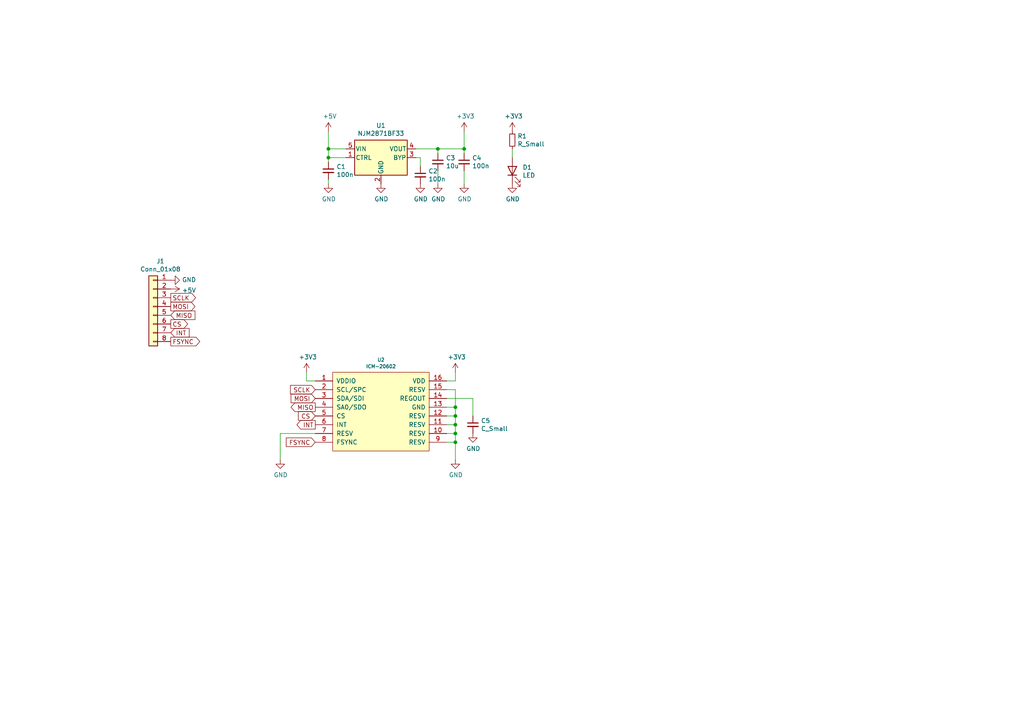
<source format=kicad_sch>
(kicad_sch (version 20230121) (generator eeschema)
  (paper "A4")
  (title_block (date "2020-05-24") (rev "B"))
  (lib_symbols
    (symbol "Connector_Generic:Conn_01x08" (pin_names (offset 1.016) hide)
      (property "Reference" "J" (at 0 10.16 0))
      (property "Value" "Conn_01x08" (at 0 -12.7 0))
      (symbol "Conn_01x08_1_1"
        (rectangle (start -1.27 -10.033) (end 0 -10.287) (stroke (width 0.1524)))
        (rectangle (start -1.27 -7.493) (end 0 -7.747) (stroke (width 0.1524)))
        (rectangle (start -1.27 -4.953) (end 0 -5.207) (stroke (width 0.1524)))
        (rectangle (start -1.27 -2.413) (end 0 -2.667) (stroke (width 0.1524)))
        (rectangle (start -1.27 0.127) (end 0 -0.127) (stroke (width 0.1524)))
        (rectangle (start -1.27 2.667) (end 0 2.413) (stroke (width 0.1524)))
        (rectangle (start -1.27 5.207) (end 0 4.953) (stroke (width 0.1524)))
        (rectangle (start -1.27 7.747) (end 0 7.493) (stroke (width 0.1524)))
        (rectangle (start -1.27 8.89) (end 1.27 -11.43) (stroke (width 0.254)) (fill (type background)))
        (pin passive line (at -5.08 7.62 0) (length 3.81) (name "Pin_1") (number "1"))
        (pin passive line (at -5.08 5.08 0) (length 3.81) (name "Pin_2") (number "2"))
        (pin passive line (at -5.08 2.54 0) (length 3.81) (name "Pin_3") (number "3"))
        (pin passive line (at -5.08 0 0) (length 3.81) (name "Pin_4") (number "4"))
        (pin passive line (at -5.08 -2.54 0) (length 3.81) (name "Pin_5") (number "5"))
        (pin passive line (at -5.08 -5.08 0) (length 3.81) (name "Pin_6") (number "6"))
        (pin passive line (at -5.08 -7.62 0) (length 3.81) (name "Pin_7") (number "7"))
        (pin passive line (at -5.08 -10.16 0) (length 3.81) (name "Pin_8") (number "8"))
      )
    )
    (symbol "Device:C_Small" (pin_numbers hide) (pin_names (offset 0.254) hide)
      (property "Reference" "C" (at 0.254 1.778 0))
      (property "Value" "C_Small" (at 0.254 -2.032 0))
      (symbol "C_Small_0_1"
        (polyline (pts (xy -1.524 -0.508) (xy 1.524 -0.508)) (stroke (width 0.3302)))
        (polyline (pts (xy -1.524 0.508) (xy 1.524 0.508)) (stroke (width 0.3048)))
      )
      (symbol "C_Small_1_1"
        (pin passive line (at 0 2.54 270) (length 2.032) (name "~") (number "1"))
        (pin passive line (at 0 -2.54 90) (length 2.032) (name "~") (number "2"))
      )
    )
    (symbol "Device:LED" (pin_numbers hide) (pin_names (offset 1.016) hide)
      (property "Reference" "D" (at 0 2.54 0))
      (property "Value" "LED" (at 0 -2.54 0))
      (symbol "LED_0_1"
        (polyline (pts (xy -1.27 -1.27) (xy -1.27 1.27)) (stroke (width 0.254)))
        (polyline (pts (xy -1.27 0) (xy 1.27 0)))
        (polyline (pts (xy 1.27 -1.27) (xy 1.27 1.27) (xy -1.27 0) (xy 1.27 -1.27)) (stroke (width 0.254)))
        (polyline (pts (xy -3.048 -0.762) (xy -4.572 -2.286) (xy -3.81 -2.286) (xy -4.572 -2.286) (xy -4.572 -1.524)))
        (polyline (pts (xy -1.778 -0.762) (xy -3.302 -2.286) (xy -2.54 -2.286) (xy -3.302 -2.286) (xy -3.302 -1.524)))
      )
      (symbol "LED_1_1"
        (pin passive line (at -3.81 0 0) (length 2.54) (name "K") (number "1"))
        (pin passive line (at 3.81 0 180) (length 2.54) (name "A") (number "2"))
      )
    )
    (symbol "Device:R_Small" (pin_numbers hide) (pin_names (offset 0.254) hide)
      (property "Reference" "R" (at 0.762 0.508 0))
      (property "Value" "R_Small" (at 0.762 -1.016 0))
      (symbol "R_Small_0_1"
        (rectangle (start -0.762 1.778) (end 0.762 -1.778) (stroke (width 0.2032)))
      )
      (symbol "R_Small_1_1"
        (pin passive line (at 0 2.54 270) (length 0.762) (name "~") (number "1"))
        (pin passive line (at 0 -2.54 90) (length 0.762) (name "~") (number "2"))
      )
    )
    (symbol "crow_imu-rescue:+3.3V-power" (power) (pin_names (offset 0))
      (property "Value" "+3.3V-power" (at 0 3.556 0))
      (symbol "+3.3V-power_0_1"
        (polyline (pts (xy -0.762 1.27) (xy 0 2.54)))
        (polyline (pts (xy 0 0) (xy 0 2.54)))
        (polyline (pts (xy 0 2.54) (xy 0.762 1.27)))
      )
      (symbol "+3.3V-power_1_1"
        (pin power_in line (at 0 0 90) (length 0) hide (name "+3V3") (number "1"))
      )
    )
    (symbol "crow_imu-rescue:ICM-20602-mylibrary" (pin_names (offset 1.016))
      (property "Reference" "U" (at -12.7 12.7 0))
      (property "Value" "ICM-20602-mylibrary" (at 8.89 -12.7 0))
      (symbol "ICM-20602-mylibrary_0_1"
        (rectangle (start -13.97 11.43) (end 13.97 -11.43) (fill (type background)))
      )
      (symbol "ICM-20602-mylibrary_1_1"
        (pin power_in line (at -19.05 8.89 0) (length 5.08) (name "VDDIO") (number "1"))
        (pin input line (at 19.05 -6.35 180) (length 5.08) (name "RESV") (number "10"))
        (pin input line (at 19.05 -3.81 180) (length 5.08) (name "RESV") (number "11"))
        (pin input line (at 19.05 -1.27 180) (length 5.08) (name "RESV") (number "12"))
        (pin input line (at 19.05 1.27 180) (length 5.08) (name "GND") (number "13"))
        (pin input line (at 19.05 3.81 180) (length 5.08) (name "REGOUT") (number "14"))
        (pin input line (at 19.05 6.35 180) (length 5.08) (name "RESV") (number "15"))
        (pin input line (at 19.05 8.89 180) (length 5.08) (name "VDD") (number "16"))
        (pin bidirectional line (at -19.05 6.35 0) (length 5.08) (name "SCL/SPC") (number "2"))
        (pin bidirectional line (at -19.05 3.81 0) (length 5.08) (name "SDA/SDI") (number "3"))
        (pin output line (at -19.05 1.27 0) (length 5.08) (name "SA0/SDO") (number "4"))
        (pin input line (at -19.05 -1.27 0) (length 5.08) (name "CS") (number "5"))
        (pin output line (at -19.05 -3.81 0) (length 5.08) (name "INT") (number "6"))
        (pin input line (at -19.05 -6.35 0) (length 5.08) (name "RESV") (number "7"))
        (pin input line (at -19.05 -8.89 0) (length 5.08) (name "FSYNC") (number "8"))
        (pin input line (at 19.05 -8.89 180) (length 5.08) (name "RESV") (number "9"))
      )
    )
    (symbol "crow_imu-rescue:NJM2871BF33-mylibrary" (pin_names (offset 0.254))
      (property "Reference" "U" (at -6.35 6.35 0))
      (property "Value" "NJM2871BF33-mylibrary" (at 0 6.35 0))
      (symbol "NJM2871BF33-mylibrary_0_1"
        (rectangle (start -7.62 5.08) (end 7.62 -5.08) (stroke (width 0.254)) (fill (type background)))
      )
      (symbol "NJM2871BF33-mylibrary_1_1"
        (pin input line (at -10.16 0 0) (length 2.54) (name "CTRL") (number "1"))
        (pin power_in line (at 0 -7.62 90) (length 2.54) (name "GND") (number "2"))
        (pin passive line (at 10.16 0 180) (length 2.54) (name "BYP") (number "3"))
        (pin power_out line (at 10.16 2.54 180) (length 2.54) (name "VOUT") (number "4"))
        (pin power_in line (at -10.16 2.54 0) (length 2.54) (name "VIN") (number "5"))
      )
    )
    (symbol "power:+5V" (power) (pin_names (offset 0))
      (property "Value" "+5V" (at 0 3.556 0))
      (symbol "+5V_0_1"
        (polyline (pts (xy -0.762 1.27) (xy 0 2.54)))
        (polyline (pts (xy 0 0) (xy 0 2.54)))
        (polyline (pts (xy 0 2.54) (xy 0.762 1.27)))
      )
      (symbol "+5V_1_1"
        (pin power_in line (at 0 0 90) (length 0) hide (name "+5V") (number "1"))
      )
    )
    (symbol "power:GND" (power) (pin_names (offset 0))
      (property "Value" "GND" (at 0 -3.81 0))
      (symbol "GND_0_1"
        (polyline (pts (xy 0 0) (xy 0 -1.27) (xy 1.27 -1.27) (xy 0 -2.54) (xy -1.27 -1.27) (xy 0 -1.27)))
      )
      (symbol "GND_1_1"
        (pin power_in line (at 0 0 270) (length 0) hide (name "GND") (number "1"))
      )
    )
  )
  (junction (at 132.08 120.65))
  (junction (at 95.25 43.18))
  (junction (at 132.08 128.27))
  (junction (at 95.25 45.72))
  (junction (at 132.08 118.11))
  (junction (at 132.08 125.73))
  (junction (at 132.08 123.19))
  (junction (at 134.62 43.18))
  (junction (at 127 43.18))
  (wire (pts (xy 121.92 45.72) (xy 121.92 48.26)))
  (wire (pts (xy 137.16 120.65) (xy 137.16 115.57)))
  (wire (pts (xy 132.08 118.11) (xy 129.54 118.11)))
  (wire (pts (xy 120.65 45.72) (xy 121.92 45.72)))
  (wire (pts (xy 132.08 123.19) (xy 132.08 120.65)))
  (wire (pts (xy 129.54 120.65) (xy 132.08 120.65)))
  (wire (pts (xy 132.08 128.27) (xy 132.08 125.73)))
  (wire (pts (xy 132.08 123.19) (xy 129.54 123.19)))
  (wire (pts (xy 132.08 133.35) (xy 132.08 128.27)))
  (wire (pts (xy 132.08 125.73) (xy 132.08 123.19)))
  (wire (pts (xy 120.65 43.18) (xy 127 43.18)))
  (wire (pts (xy 88.9 107.95) (xy 88.9 110.49)))
  (wire (pts (xy 132.08 120.65) (xy 132.08 118.11)))
  (wire (pts (xy 129.54 113.03) (xy 132.08 113.03)))
  (wire (pts (xy 132.08 113.03) (xy 132.08 118.11)))
  (wire (pts (xy 95.25 38.1) (xy 95.25 43.18)))
  (wire (pts (xy 95.25 52.07) (xy 95.25 53.34)))
  (wire (pts (xy 95.25 46.99) (xy 95.25 45.72)))
  (wire (pts (xy 148.59 43.18) (xy 148.59 45.72)))
  (wire (pts (xy 81.28 125.73) (xy 81.28 133.35)))
  (wire (pts (xy 132.08 128.27) (xy 129.54 128.27)))
  (wire (pts (xy 132.08 110.49) (xy 129.54 110.49)))
  (wire (pts (xy 132.08 107.95) (xy 132.08 110.49)))
  (wire (pts (xy 127 44.45) (xy 127 43.18)))
  (wire (pts (xy 137.16 115.57) (xy 129.54 115.57)))
  (wire (pts (xy 134.62 53.34) (xy 134.62 49.53)))
  (wire (pts (xy 134.62 38.1) (xy 134.62 43.18)))
  (wire (pts (xy 134.62 43.18) (xy 127 43.18)))
  (wire (pts (xy 134.62 44.45) (xy 134.62 43.18)))
  (wire (pts (xy 95.25 45.72) (xy 100.33 45.72)))
  (wire (pts (xy 129.54 125.73) (xy 132.08 125.73)))
  (wire (pts (xy 100.33 43.18) (xy 95.25 43.18)))
  (wire (pts (xy 95.25 43.18) (xy 95.25 45.72)))
  (wire (pts (xy 127 49.53) (xy 127 53.34)))
  (wire (pts (xy 88.9 110.49) (xy 91.44 110.49)))
  (wire (pts (xy 91.44 125.73) (xy 81.28 125.73)))
  (global_label "CS" (shape output) (at 49.53 93.98 0) (property "Intersheetrefs" "${INTERSHEET_REFS}" (effects hide)))
  (global_label "MOSI" (shape output) (at 49.53 88.9 0) (property "Intersheetrefs" "${INTERSHEET_REFS}" (effects hide)))
  (global_label "FSYNC" (shape input) (at 91.44 128.27 180) (property "Intersheetrefs" "${INTERSHEET_REFS}" (effects hide)))
  (global_label "MOSI" (shape input) (at 91.44 115.57 180) (property "Intersheetrefs" "${INTERSHEET_REFS}" (effects hide)))
  (global_label "MISO" (shape input) (at 49.53 91.44 0) (property "Intersheetrefs" "${INTERSHEET_REFS}" (effects hide)))
  (global_label "SCLK" (shape input) (at 91.44 113.03 180) (property "Intersheetrefs" "${INTERSHEET_REFS}" (effects hide)))
  (global_label "MISO" (shape output) (at 91.44 118.11 180) (property "Intersheetrefs" "${INTERSHEET_REFS}" (effects hide)))
  (global_label "INT" (shape input) (at 49.53 96.52 0) (property "Intersheetrefs" "${INTERSHEET_REFS}" (effects hide)))
  (global_label "FSYNC" (shape output) (at 49.53 99.06 0) (property "Intersheetrefs" "${INTERSHEET_REFS}" (effects hide)))
  (global_label "CS" (shape input) (at 91.44 120.65 180) (property "Intersheetrefs" "${INTERSHEET_REFS}" (effects hide)))
  (global_label "SCLK" (shape output) (at 49.53 86.36 0) (property "Intersheetrefs" "${INTERSHEET_REFS}" (effects hide)))
  (global_label "INT" (shape output) (at 91.44 123.19 180) (property "Intersheetrefs" "${INTERSHEET_REFS}" (effects hide)))
  (symbol (lib_id "crow_imu-rescue:ICM-20602-mylibrary") (at 110.49 119.38 0) (unit 1)
    (property "Reference" "U2" (at 110.49 104.3686 0) (effects (font (size 0.9906 0.9906))))
    (property "Value" "ICM-20602" (at 110.49 106.2736 0) (effects (font (size 0.9906 0.9906))))
    (property "Footprint" "mylibrary:LGA-16-3x3" (effects hide))
  )
  (symbol (lib_id "crow_imu-rescue:NJM2871BF33-mylibrary") (at 110.49 45.72 0) (unit 1)
    (property "Reference" "U1" (at 110.49 36.3982 0))
    (property "Value" "NJM2871BF33" (at 110.49 38.7096 0))
    (property "Footprint" "Package_TO_SOT_SMD:TSOT-23-5" (effects hide))
    (property "Datasheet" "https://www.analog.com/media/en/technical-documentation/data-sheets/1761sff.pdf" (effects hide))
  )
  (symbol (lib_id "Connector_Generic:Conn_01x08") (at 44.45 88.9 0) (mirror y) (unit 1)
    (property "Reference" "J1" (at 46.5328 75.7682 0))
    (property "Value" "Conn_01x08" (at 46.5328 78.0796 0))
    (property "Footprint" "mylibrary:CN-FFC(0.5)8PD" (effects hide))
  )
  (symbol (lib_id "power:GND") (at 49.53 81.28 90) (unit 1)
    (property "Reference" "#PWR0101" (effects hide))
    (property "Value" "GND" (at 52.7812 81.153 90) (effects (justify right)))
  )
  (symbol (lib_id "power:+5V") (at 49.53 83.82 270) (unit 1)
    (property "Reference" "#PWR0102" (effects hide))
    (property "Value" "+5V" (at 52.7812 84.201 90) (effects (justify left)))
  )
  (symbol (lib_id "power:GND") (at 81.28 133.35 0) (unit 1)
    (property "Reference" "#PWR0103" (effects hide))
    (property "Value" "GND" (at 81.407 137.7442 0))
  )
  (symbol (lib_id "power:GND") (at 132.08 133.35 0) (unit 1)
    (property "Reference" "#PWR0104" (effects hide))
    (property "Value" "GND" (at 132.207 137.7442 0))
  )
  (symbol (lib_id "Device:C_Small") (at 137.16 123.19 0) (unit 1)
    (property "Reference" "C5" (at 139.4968 122.0216 0) (effects (justify left)))
    (property "Value" "C_Small" (at 139.4968 124.333 0) (effects (justify left)))
    (property "Footprint" "Capacitor_SMD:C_0603_1608Metric_Pad1.05x0.95mm_HandSolder" (effects hide))
  )
  (symbol (lib_id "power:GND") (at 137.16 125.73 0) (unit 1)
    (property "Reference" "#PWR0105" (effects hide))
    (property "Value" "GND" (at 137.287 130.1242 0))
  )
  (symbol (lib_id "power:+5V") (at 95.25 38.1 0) (unit 1)
    (property "Reference" "#PWR0106" (effects hide))
    (property "Value" "+5V" (at 95.631 33.7058 0))
  )
  (symbol (lib_id "crow_imu-rescue:+3.3V-power") (at 134.62 38.1 0) (unit 1)
    (property "Reference" "#PWR0107" (effects hide))
    (property "Value" "+3.3V" (at 135.001 33.7058 0))
  )
  (symbol (lib_id "Device:C_Small") (at 121.92 50.8 0) (unit 1)
    (property "Reference" "C2" (at 124.2568 49.6316 0) (effects (justify left)))
    (property "Value" "100n" (at 124.2568 51.943 0) (effects (justify left)))
    (property "Footprint" "Capacitor_SMD:C_0603_1608Metric_Pad1.05x0.95mm_HandSolder" (effects hide))
  )
  (symbol (lib_id "power:GND") (at 110.49 53.34 0) (unit 1)
    (property "Reference" "#PWR0108" (effects hide))
    (property "Value" "GND" (at 110.617 57.7342 0))
  )
  (symbol (lib_id "power:GND") (at 121.92 53.34 0) (unit 1)
    (property "Reference" "#PWR0110" (effects hide))
    (property "Value" "GND" (at 122.047 57.7342 0))
  )
  (symbol (lib_id "power:GND") (at 95.25 53.34 0) (unit 1)
    (property "Reference" "#PWR0109" (effects hide))
    (property "Value" "GND" (at 95.377 57.7342 0))
  )
  (symbol (lib_id "Device:C_Small") (at 95.25 49.53 0) (unit 1)
    (property "Reference" "C1" (at 97.5868 48.3616 0) (effects (justify left)))
    (property "Value" "100n" (at 97.5868 50.673 0) (effects (justify left)))
    (property "Footprint" "Capacitor_SMD:C_0603_1608Metric_Pad1.05x0.95mm_HandSolder" (effects hide))
  )
  (symbol (lib_id "Device:C_Small") (at 127 46.99 0) (unit 1)
    (property "Reference" "C3" (at 129.3368 45.8216 0) (effects (justify left)))
    (property "Value" "10u" (at 129.3368 48.133 0) (effects (justify left)))
    (property "Footprint" "Capacitor_SMD:C_0603_1608Metric_Pad1.05x0.95mm_HandSolder" (effects hide))
  )
  (symbol (lib_id "power:GND") (at 127 53.34 0) (unit 1)
    (property "Reference" "#PWR0111" (effects hide))
    (property "Value" "GND" (at 127.127 57.7342 0))
  )
  (symbol (lib_id "Device:C_Small") (at 134.62 46.99 0) (unit 1)
    (property "Reference" "C4" (at 136.9568 45.8216 0) (effects (justify left)))
    (property "Value" "100n" (at 136.9568 48.133 0) (effects (justify left)))
    (property "Footprint" "Capacitor_SMD:C_0603_1608Metric_Pad1.05x0.95mm_HandSolder" (effects hide))
  )
  (symbol (lib_id "power:GND") (at 134.62 53.34 0) (unit 1)
    (property "Reference" "#PWR0112" (effects hide))
    (property "Value" "GND" (at 134.747 57.7342 0))
  )
  (symbol (lib_id "crow_imu-rescue:+3.3V-power") (at 132.08 107.95 0) (unit 1)
    (property "Reference" "#PWR0113" (effects hide))
    (property "Value" "+3.3V" (at 132.461 103.5558 0))
  )
  (symbol (lib_id "crow_imu-rescue:+3.3V-power") (at 88.9 107.95 0) (unit 1)
    (property "Reference" "#PWR0114" (effects hide))
    (property "Value" "+3.3V" (at 89.281 103.5558 0))
  )
  (symbol (lib_id "Device:LED") (at 148.59 49.53 90) (unit 1)
    (property "Reference" "D1" (at 151.5618 48.5394 90) (effects (justify right)))
    (property "Value" "LED" (at 151.5618 50.8508 90) (effects (justify right)))
    (property "Footprint" "LED_SMD:LED_0603_1608Metric_Pad1.05x0.95mm_HandSolder" (effects hide))
  )
  (symbol (lib_id "power:GND") (at 148.59 53.34 0) (unit 1)
    (property "Reference" "#PWR0115" (effects hide))
    (property "Value" "GND" (at 148.717 57.7342 0))
  )
  (symbol (lib_id "Device:R_Small") (at 148.59 40.64 0) (unit 1)
    (property "Reference" "R1" (at 150.0886 39.4716 0) (effects (justify left)))
    (property "Value" "R_Small" (at 150.0886 41.783 0) (effects (justify left)))
    (property "Footprint" "Resistor_SMD:R_0603_1608Metric_Pad1.05x0.95mm_HandSolder" (effects hide))
  )
  (symbol (lib_id "crow_imu-rescue:+3.3V-power") (at 148.59 38.1 0) (unit 1)
    (property "Reference" "#PWR0116" (effects hide))
    (property "Value" "+3.3V" (at 148.971 33.7058 0))
  )
)
</source>
